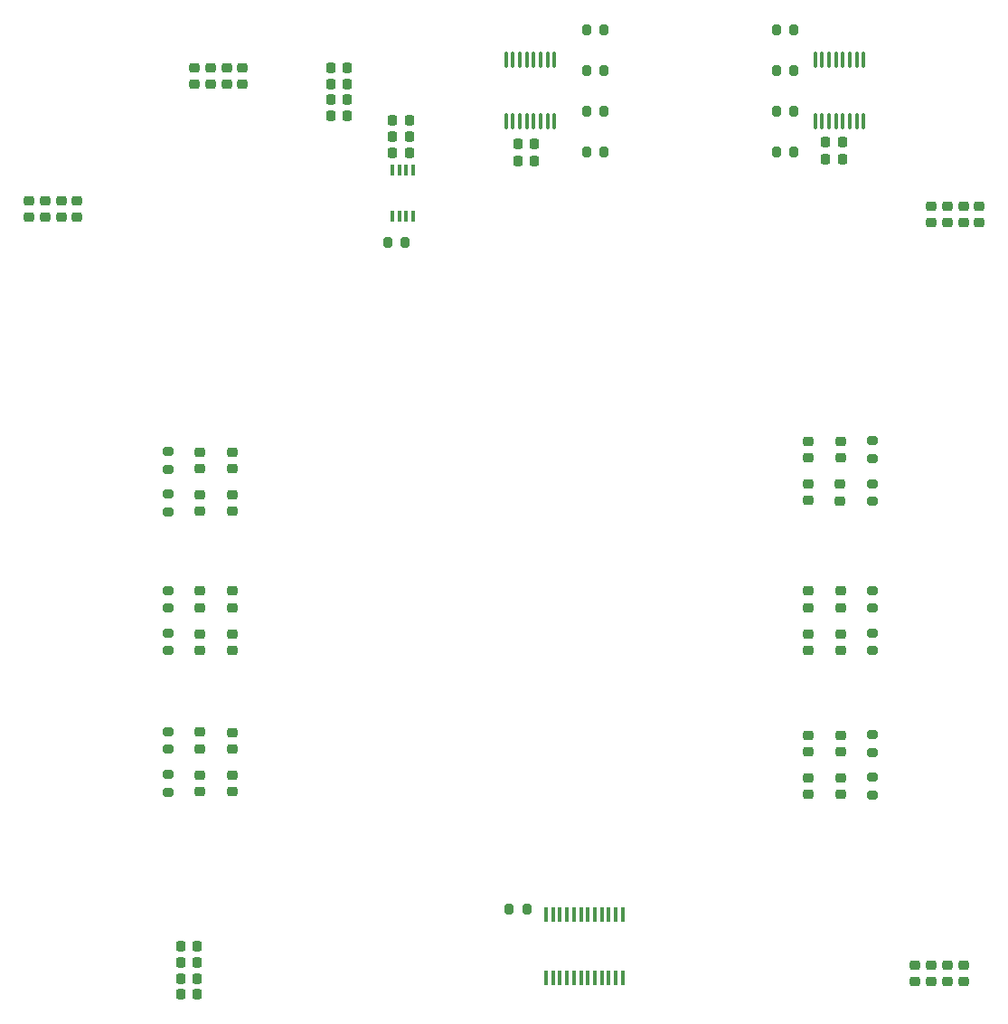
<source format=gbr>
%TF.GenerationSoftware,KiCad,Pcbnew,8.0.5*%
%TF.CreationDate,2024-10-22T16:07:44-04:00*%
%TF.ProjectId,huxley,6875786c-6579-42e6-9b69-6361645f7063,rev?*%
%TF.SameCoordinates,Original*%
%TF.FileFunction,Paste,Top*%
%TF.FilePolarity,Positive*%
%FSLAX46Y46*%
G04 Gerber Fmt 4.6, Leading zero omitted, Abs format (unit mm)*
G04 Created by KiCad (PCBNEW 8.0.5) date 2024-10-22 16:07:44*
%MOMM*%
%LPD*%
G01*
G04 APERTURE LIST*
G04 Aperture macros list*
%AMRoundRect*
0 Rectangle with rounded corners*
0 $1 Rounding radius*
0 $2 $3 $4 $5 $6 $7 $8 $9 X,Y pos of 4 corners*
0 Add a 4 corners polygon primitive as box body*
4,1,4,$2,$3,$4,$5,$6,$7,$8,$9,$2,$3,0*
0 Add four circle primitives for the rounded corners*
1,1,$1+$1,$2,$3*
1,1,$1+$1,$4,$5*
1,1,$1+$1,$6,$7*
1,1,$1+$1,$8,$9*
0 Add four rect primitives between the rounded corners*
20,1,$1+$1,$2,$3,$4,$5,0*
20,1,$1+$1,$4,$5,$6,$7,0*
20,1,$1+$1,$6,$7,$8,$9,0*
20,1,$1+$1,$8,$9,$2,$3,0*%
G04 Aperture macros list end*
%ADD10RoundRect,0.200000X0.275000X-0.200000X0.275000X0.200000X-0.275000X0.200000X-0.275000X-0.200000X0*%
%ADD11RoundRect,0.225000X0.250000X-0.225000X0.250000X0.225000X-0.250000X0.225000X-0.250000X-0.225000X0*%
%ADD12RoundRect,0.225000X0.225000X0.250000X-0.225000X0.250000X-0.225000X-0.250000X0.225000X-0.250000X0*%
%ADD13RoundRect,0.200000X-0.200000X-0.275000X0.200000X-0.275000X0.200000X0.275000X-0.200000X0.275000X0*%
%ADD14RoundRect,0.225000X-0.250000X0.225000X-0.250000X-0.225000X0.250000X-0.225000X0.250000X0.225000X0*%
%ADD15RoundRect,0.200000X-0.275000X0.200000X-0.275000X-0.200000X0.275000X-0.200000X0.275000X0.200000X0*%
%ADD16R,0.355600X1.409700*%
%ADD17RoundRect,0.200000X0.200000X0.275000X-0.200000X0.275000X-0.200000X-0.275000X0.200000X-0.275000X0*%
%ADD18RoundRect,0.100000X-0.100000X0.637500X-0.100000X-0.637500X0.100000X-0.637500X0.100000X0.637500X0*%
%ADD19RoundRect,0.225000X-0.225000X-0.250000X0.225000X-0.250000X0.225000X0.250000X-0.225000X0.250000X0*%
%ADD20R,0.355600X1.066800*%
G04 APERTURE END LIST*
D10*
%TO.C,R10*%
X73000000Y-127050000D03*
X73000000Y-125400000D03*
%TD*%
D11*
%TO.C,C69*%
X133000000Y-99775000D03*
X133000000Y-98225000D03*
%TD*%
D12*
%TO.C,C16*%
X107309000Y-70405000D03*
X105759000Y-70405000D03*
%TD*%
D13*
%TO.C,R20*%
X129985000Y-67310000D03*
X131635000Y-67310000D03*
%TD*%
D14*
%TO.C,C37*%
X144500000Y-76225000D03*
X144500000Y-77775000D03*
%TD*%
D12*
%TO.C,C21*%
X75775000Y-147000000D03*
X74225000Y-147000000D03*
%TD*%
D11*
%TO.C,C64*%
X133000000Y-127275000D03*
X133000000Y-125725000D03*
%TD*%
D12*
%TO.C,C17*%
X107309000Y-72005000D03*
X105759000Y-72005000D03*
%TD*%
D15*
%TO.C,R9*%
X73000000Y-116175000D03*
X73000000Y-117825000D03*
%TD*%
D14*
%TO.C,C41*%
X77000000Y-63225000D03*
X77000000Y-64775000D03*
%TD*%
D12*
%TO.C,C29*%
X89775000Y-64750000D03*
X88225000Y-64750000D03*
%TD*%
D13*
%TO.C,R22*%
X104975000Y-142000000D03*
X106625000Y-142000000D03*
%TD*%
D14*
%TO.C,C5*%
X135962000Y-102251000D03*
X135962000Y-103801000D03*
%TD*%
%TO.C,C42*%
X78500000Y-63225000D03*
X78500000Y-64775000D03*
%TD*%
D16*
%TO.C,U6*%
X108425001Y-148452750D03*
X109075000Y-148452750D03*
X109724998Y-148452750D03*
X110374999Y-148452750D03*
X111024998Y-148452750D03*
X111674999Y-148452750D03*
X112324998Y-148452750D03*
X112974999Y-148452750D03*
X113624998Y-148452750D03*
X114274999Y-148452750D03*
X114924998Y-148452750D03*
X115574999Y-148452750D03*
X115574999Y-142547250D03*
X114925000Y-142547250D03*
X114274999Y-142547250D03*
X113625001Y-142547250D03*
X112974999Y-142547250D03*
X112325001Y-142547250D03*
X111675002Y-142547250D03*
X111025001Y-142547250D03*
X110375002Y-142547250D03*
X109725001Y-142547250D03*
X109075002Y-142547250D03*
X108425001Y-142547250D03*
%TD*%
D14*
%TO.C,C35*%
X143000000Y-147225000D03*
X143000000Y-148775000D03*
%TD*%
D11*
%TO.C,C6*%
X76000000Y-100775000D03*
X76000000Y-99225000D03*
%TD*%
D14*
%TO.C,C66*%
X133000000Y-116225000D03*
X133000000Y-117775000D03*
%TD*%
%TO.C,C32*%
X147500000Y-147225000D03*
X147500000Y-148775000D03*
%TD*%
D11*
%TO.C,C4*%
X136000000Y-113775000D03*
X136000000Y-112225000D03*
%TD*%
D15*
%TO.C,R1*%
X139000000Y-129675000D03*
X139000000Y-131325000D03*
%TD*%
D11*
%TO.C,C67*%
X133000000Y-113775000D03*
X133000000Y-112225000D03*
%TD*%
D12*
%TO.C,C18*%
X136165000Y-71805000D03*
X134615000Y-71805000D03*
%TD*%
D15*
%TO.C,R3*%
X139000000Y-116175000D03*
X139000000Y-117825000D03*
%TD*%
D17*
%TO.C,R16*%
X113855000Y-63500000D03*
X112205000Y-63500000D03*
%TD*%
D18*
%TO.C,U4*%
X109209000Y-62542500D03*
X108559000Y-62542500D03*
X107909000Y-62542500D03*
X107259000Y-62542500D03*
X106609000Y-62542500D03*
X105959000Y-62542500D03*
X105309000Y-62542500D03*
X104659000Y-62542500D03*
X104659000Y-68267500D03*
X105309000Y-68267500D03*
X105959000Y-68267500D03*
X106609000Y-68267500D03*
X107259000Y-68267500D03*
X107909000Y-68267500D03*
X108559000Y-68267500D03*
X109209000Y-68267500D03*
%TD*%
D11*
%TO.C,C7*%
X136000000Y-99775000D03*
X136000000Y-98225000D03*
%TD*%
D14*
%TO.C,C33*%
X146000000Y-147225000D03*
X146000000Y-148775000D03*
%TD*%
D19*
%TO.C,C15*%
X94050000Y-68200000D03*
X95600000Y-68200000D03*
%TD*%
D14*
%TO.C,C36*%
X149000000Y-76225000D03*
X149000000Y-77775000D03*
%TD*%
D11*
%TO.C,C11*%
X76000000Y-113775000D03*
X76000000Y-112225000D03*
%TD*%
D18*
%TO.C,U5*%
X138165000Y-62542500D03*
X137515000Y-62542500D03*
X136865000Y-62542500D03*
X136215000Y-62542500D03*
X135565000Y-62542500D03*
X134915000Y-62542500D03*
X134265000Y-62542500D03*
X133615000Y-62542500D03*
X133615000Y-68267500D03*
X134265000Y-68267500D03*
X134915000Y-68267500D03*
X135565000Y-68267500D03*
X136215000Y-68267500D03*
X136865000Y-68267500D03*
X137515000Y-68267500D03*
X138165000Y-68267500D03*
%TD*%
D20*
%TO.C,U3*%
X94024640Y-77133600D03*
X94674880Y-77133600D03*
X95325120Y-77133600D03*
X95975360Y-77133600D03*
X95975360Y-72866400D03*
X95325120Y-72866400D03*
X94674880Y-72866400D03*
X94024640Y-72866400D03*
%TD*%
D14*
%TO.C,C26*%
X63000000Y-75725000D03*
X63000000Y-77275000D03*
%TD*%
%TO.C,C75*%
X79000000Y-129450000D03*
X79000000Y-131000000D03*
%TD*%
D11*
%TO.C,C70*%
X79000000Y-100775000D03*
X79000000Y-99225000D03*
%TD*%
D13*
%TO.C,R21*%
X129985000Y-71120000D03*
X131635000Y-71120000D03*
%TD*%
D12*
%TO.C,C20*%
X75775000Y-145490000D03*
X74225000Y-145490000D03*
%TD*%
%TO.C,C19*%
X136165000Y-70205000D03*
X134615000Y-70205000D03*
%TD*%
D10*
%TO.C,R11*%
X73000000Y-113825000D03*
X73000000Y-112175000D03*
%TD*%
D14*
%TO.C,C8*%
X76000000Y-103225000D03*
X76000000Y-104775000D03*
%TD*%
%TO.C,C9*%
X76000000Y-116225000D03*
X76000000Y-117775000D03*
%TD*%
%TO.C,C72*%
X79000000Y-116225000D03*
X79000000Y-117775000D03*
%TD*%
%TO.C,C68*%
X133000000Y-102225000D03*
X133000000Y-103775000D03*
%TD*%
D10*
%TO.C,R6*%
X73000000Y-100825000D03*
X73000000Y-99175000D03*
%TD*%
D12*
%TO.C,C23*%
X75725000Y-150000000D03*
X74175000Y-150000000D03*
%TD*%
D17*
%TO.C,R18*%
X113855000Y-71120000D03*
X112205000Y-71120000D03*
%TD*%
D15*
%TO.C,R5*%
X139000000Y-102175000D03*
X139000000Y-103825000D03*
%TD*%
D19*
%TO.C,C13*%
X94050000Y-71200000D03*
X95600000Y-71200000D03*
%TD*%
D14*
%TO.C,C25*%
X61500000Y-75725000D03*
X61500000Y-77275000D03*
%TD*%
%TO.C,C34*%
X144500000Y-147225000D03*
X144500000Y-148775000D03*
%TD*%
%TO.C,C1*%
X136000000Y-129725000D03*
X136000000Y-131275000D03*
%TD*%
D17*
%TO.C,R17*%
X113855000Y-67310000D03*
X112205000Y-67310000D03*
%TD*%
D13*
%TO.C,R14*%
X129985000Y-59690000D03*
X131635000Y-59690000D03*
%TD*%
D12*
%TO.C,C31*%
X89775000Y-67750000D03*
X88225000Y-67750000D03*
%TD*%
D14*
%TO.C,C71*%
X79000000Y-103225000D03*
X79000000Y-104775000D03*
%TD*%
%TO.C,C43*%
X80000000Y-63225000D03*
X80000000Y-64775000D03*
%TD*%
D15*
%TO.C,R12*%
X73000000Y-129400000D03*
X73000000Y-131050000D03*
%TD*%
D14*
%TO.C,C27*%
X64500000Y-75725000D03*
X64500000Y-77275000D03*
%TD*%
%TO.C,C38*%
X146000000Y-76225000D03*
X146000000Y-77775000D03*
%TD*%
D13*
%TO.C,R19*%
X129985000Y-63500000D03*
X131635000Y-63500000D03*
%TD*%
D14*
%TO.C,C65*%
X133000000Y-129725000D03*
X133000000Y-131275000D03*
%TD*%
%TO.C,C40*%
X75500000Y-63225000D03*
X75500000Y-64775000D03*
%TD*%
D17*
%TO.C,R13*%
X113855000Y-59690000D03*
X112205000Y-59690000D03*
%TD*%
D12*
%TO.C,C30*%
X89775000Y-66250000D03*
X88225000Y-66250000D03*
%TD*%
%TO.C,C28*%
X89775000Y-63250000D03*
X88225000Y-63250000D03*
%TD*%
D15*
%TO.C,R8*%
X73000000Y-103175000D03*
X73000000Y-104825000D03*
%TD*%
D11*
%TO.C,C10*%
X76000000Y-127000000D03*
X76000000Y-125450000D03*
%TD*%
D14*
%TO.C,C39*%
X147500000Y-76225000D03*
X147500000Y-77775000D03*
%TD*%
D11*
%TO.C,C74*%
X79000000Y-127027000D03*
X79000000Y-125477000D03*
%TD*%
D13*
%TO.C,R15*%
X93566880Y-79604000D03*
X95216880Y-79604000D03*
%TD*%
D11*
%TO.C,C2*%
X136000000Y-127275000D03*
X136000000Y-125725000D03*
%TD*%
D10*
%TO.C,R7*%
X139000000Y-99825000D03*
X139000000Y-98175000D03*
%TD*%
%TO.C,R2*%
X139000000Y-127325000D03*
X139000000Y-125675000D03*
%TD*%
D19*
%TO.C,C14*%
X94050000Y-69700000D03*
X95600000Y-69700000D03*
%TD*%
D14*
%TO.C,C12*%
X76000000Y-129450000D03*
X76000000Y-131000000D03*
%TD*%
%TO.C,C3*%
X136000000Y-116225000D03*
X136000000Y-117775000D03*
%TD*%
D11*
%TO.C,C73*%
X79000000Y-113775000D03*
X79000000Y-112225000D03*
%TD*%
D12*
%TO.C,C22*%
X75775000Y-148500000D03*
X74225000Y-148500000D03*
%TD*%
D14*
%TO.C,C24*%
X60000000Y-75725000D03*
X60000000Y-77275000D03*
%TD*%
D10*
%TO.C,R4*%
X139000000Y-113825000D03*
X139000000Y-112175000D03*
%TD*%
M02*

</source>
